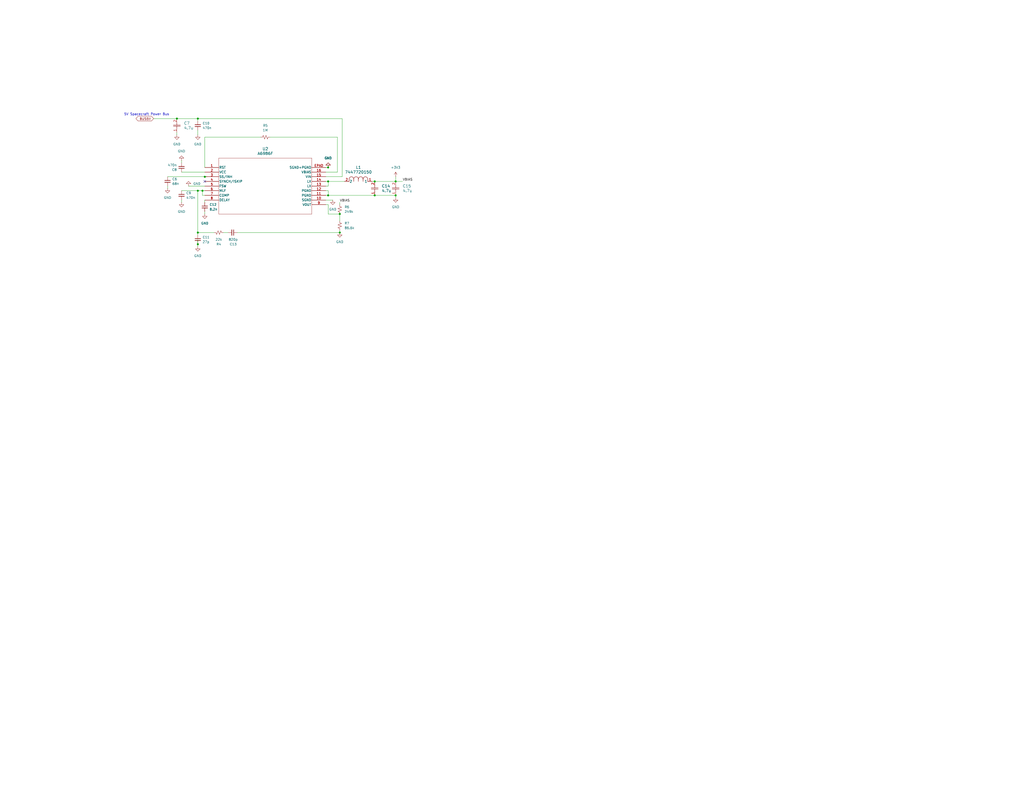
<source format=kicad_sch>
(kicad_sch (version 20231120) (generator "eeschema") (generator_version "8.0")
  (paper "C")
  (title_block (title "HEDGE-Data PCB") (date "2024-10-09") (rev "1.0") (company "Spacecraft Design Lab") (comment 1 "University of Virginia"))
  (lib_symbols
    (symbol "A6986F:A6986F" (pin_names (offset 0.254))
      (property "Reference" "U" (at 33.02 10.16 0))
      (property "Value" "A6986F" (at 33.02 7.62 0))
      (symbol "A6986F_0_1"
        (polyline (pts (xy 7.62 -25.4) (xy 58.42 -25.4)) (stroke (width 0.127)))
        (polyline (pts (xy 7.62 5.08) (xy 7.62 -25.4)) (stroke (width 0.127)))
        (polyline (pts (xy 58.42 -25.4) (xy 58.42 5.08)) (stroke (width 0.127)))
        (polyline (pts (xy 58.42 5.08) (xy 7.62 5.08)) (stroke (width 0.127)))
        (pin unspecified line (at 0 0 0) (length 7.62) (name "RST") (number "1"))
        (pin power_out line (at 66.04 -17.78 180) (length 7.62) (name "SGND") (number "10"))
        (pin power_out line (at 66.04 -15.24 180) (length 7.62) (name "PGND") (number "11"))
        (pin unspecified line (at 66.04 -10.16 180) (length 7.62) (name "LX") (number "13"))
        (pin unspecified line (at 66.04 -7.62 180) (length 7.62) (name "LX") (number "14"))
        (pin unspecified line (at 66.04 -5.08 180) (length 7.62) (name "VIN") (number "15"))
        (pin unspecified line (at 66.04 -2.54 180) (length 7.62) (name "VBIAS") (number "16"))
        (pin unspecified line (at 0 -5.08 0) (length 7.62) (name "SS/INH") (number "3"))
        (pin unspecified line (at 0 -7.62 0) (length 7.62) (name "SYNCH/ISKIP") (number "4"))
        (pin unspecified line (at 0 -10.16 0) (length 7.62) (name "FSW") (number "5"))
        (pin unspecified line (at 0 -12.7 0) (length 7.62) (name "MLF") (number "6"))
        (pin unspecified line (at 0 -15.24 0) (length 7.62) (name "COMP") (number "7"))
        (pin unspecified line (at 0 -17.78 0) (length 7.62) (name "DELAY") (number "8"))
        (pin output line (at 66.04 -20.32 180) (length 7.62) (name "VOUT") (number "9"))
      )
      (symbol "A6986F_1_1"
        (pin passive line (at 66.04 -12.7 180) (length 7.62) (name "PGND") (number "12"))
        (pin passive line (at 0 -2.54 0) (length 7.62) (name "VCC") (number "2"))
        (pin passive line (at 66.04 0 180) (length 7.62) (name "SGND+PGND") (number "EPAD"))
      )
    )
    (symbol "Cin:GRM219R61A475KE34D" (pin_names (offset 0.254))
      (property "Reference" "C" (at 3.81 3.81 0))
      (property "Value" "GRM219R61A475KE34D" (at 3.81 -3.81 0))
      (symbol "GRM219R61A475KE34D_1_1"
        (polyline (pts (xy 2.54 0) (xy 3.4798 0)) (stroke (width 0.2032)))
        (polyline (pts (xy 3.4798 -1.905) (xy 3.4798 1.905)) (stroke (width 0.2032)))
        (polyline (pts (xy 4.1148 -1.905) (xy 4.1148 1.905)) (stroke (width 0.2032)))
        (polyline (pts (xy 4.1148 0) (xy 5.08 0)) (stroke (width 0.2032)))
        (pin passive line (at 0 0 0) (length 2.54) (name "") (number "1"))
        (pin passive line (at 7.62 0 180) (length 2.54) (name "") (number "2"))
      )
      (symbol "GRM219R61A475KE34D_1_2"
        (polyline (pts (xy -1.905 -4.1148) (xy 1.905 -4.1148)) (stroke (width 0.2032)))
        (polyline (pts (xy -1.905 -3.4798) (xy 1.905 -3.4798)) (stroke (width 0.2032)))
        (polyline (pts (xy 0 -4.1148) (xy 0 -5.08)) (stroke (width 0.2032)))
        (polyline (pts (xy 0 -2.54) (xy 0 -3.4798)) (stroke (width 0.2032)))
        (pin unspecified line (at 0 0 270) (length 2.54) (name "") (number "1"))
        (pin unspecified line (at 0 -7.62 90) (length 2.54) (name "") (number "2"))
      )
    )
    (symbol "Cout:GRM155R60J475ME87D" (pin_names (offset 0.254))
      (property "Reference" "C" (at 3.81 3.81 0))
      (property "Value" "GRM155R60J475ME87D" (at 3.81 -3.81 0))
      (symbol "GRM155R60J475ME87D_1_1"
        (polyline (pts (xy 2.54 0) (xy 3.4798 0)) (stroke (width 0.2032)))
        (polyline (pts (xy 3.4798 -1.905) (xy 3.4798 1.905)) (stroke (width 0.2032)))
        (polyline (pts (xy 4.1148 -1.905) (xy 4.1148 1.905)) (stroke (width 0.2032)))
        (polyline (pts (xy 4.1148 0) (xy 5.08 0)) (stroke (width 0.2032)))
        (pin unspecified line (at 0 0 0) (length 2.54) (name "") (number "1"))
        (pin unspecified line (at 7.62 0 180) (length 2.54) (name "") (number "2"))
      )
      (symbol "GRM155R60J475ME87D_1_2"
        (polyline (pts (xy -1.905 -4.1148) (xy 1.905 -4.1148)) (stroke (width 0.2032)))
        (polyline (pts (xy -1.905 -3.4798) (xy 1.905 -3.4798)) (stroke (width 0.2032)))
        (polyline (pts (xy 0 -4.1148) (xy 0 -5.08)) (stroke (width 0.2032)))
        (polyline (pts (xy 0 -2.54) (xy 0 -3.4798)) (stroke (width 0.2032)))
        (pin unspecified line (at 0 0 270) (length 2.54) (name "") (number "1"))
        (pin unspecified line (at 0 -7.62 90) (length 2.54) (name "") (number "2"))
      )
    )
    (symbol "Device:C_Small" (pin_numbers hide) (pin_names (offset 0.254) hide)
      (property "Reference" "C" (at 0.254 1.778 0))
      (property "Value" "C_Small" (at 0.254 -2.032 0))
      (symbol "C_Small_0_1"
        (polyline (pts (xy -1.524 -0.508) (xy 1.524 -0.508)) (stroke (width 0.3302)))
        (polyline (pts (xy -1.524 0.508) (xy 1.524 0.508)) (stroke (width 0.3048)))
      )
      (symbol "C_Small_1_1"
        (pin passive line (at 0 2.54 270) (length 2.032) (name "~") (number "1"))
        (pin passive line (at 0 -2.54 90) (length 2.032) (name "~") (number "2"))
      )
    )
    (symbol "Device:R_Small_US" (pin_numbers hide) (pin_names (offset 0.254) hide)
      (property "Reference" "R" (at 0.762 0.508 0))
      (property "Value" "R_Small_US" (at 0.762 -1.016 0))
      (symbol "R_Small_US_1_1"
        (polyline (pts (xy 0 0) (xy 1.016 -0.381) (xy 0 -0.762) (xy -1.016 -1.143) (xy 0 -1.524)))
        (polyline (pts (xy 0 1.524) (xy 1.016 1.143) (xy 0 0.762) (xy -1.016 0.381) (xy 0 0)))
        (pin passive line (at 0 2.54 270) (length 1.016) (name "~") (number "1"))
        (pin passive line (at 0 -2.54 90) (length 1.016) (name "~") (number "2"))
      )
    )
    (symbol "L1:7447720150" (pin_names (offset 0.254))
      (property "Reference" "L" (at 6.985 5.08 0))
      (property "Value" "7447720150" (at 6.985 -2.54 0))
      (symbol "7447720150_1_1"
        (polyline (pts (xy 2.54 0) (xy 2.54 1.27)) (stroke (width 0.2032)))
        (polyline (pts (xy 5.08 0) (xy 5.08 1.27)) (stroke (width 0.2032)))
        (polyline (pts (xy 7.62 0) (xy 7.62 1.27)) (stroke (width 0.2032)))
        (polyline (pts (xy 10.16 0) (xy 10.16 1.27)) (stroke (width 0.2032)))
        (polyline (pts (xy 12.7 0) (xy 12.7 1.27)) (stroke (width 0.2032)))
        (arc (start 5.08 1.27) (mid 3.81 2.5344) (end 2.54 1.27) (stroke (width 0.2032)))
        (arc (start 7.62 1.27) (mid 6.35 2.5344) (end 5.08 1.27) (stroke (width 0.2032)))
        (arc (start 10.16 1.27) (mid 8.89 2.5344) (end 7.62 1.27) (stroke (width 0.2032)))
        (arc (start 12.7 1.27) (mid 11.43 2.5344) (end 10.16 1.27) (stroke (width 0.2032)))
        (pin unspecified line (at 15.24 0 180) (length 2.54) (name "1") (number "1"))
        (pin unspecified line (at 0 0 0) (length 2.54) (name "2") (number "2"))
      )
      (symbol "7447720150_1_2"
        (arc (start -1.27 5.08) (mid -2.5344 3.81) (end -1.27 2.54) (stroke (width 0.2032)))
        (arc (start -1.27 7.62) (mid -2.5344 6.35) (end -1.27 5.08) (stroke (width 0.2032)))
        (arc (start -1.27 10.16) (mid -2.5344 8.89) (end -1.27 7.62) (stroke (width 0.2032)))
        (arc (start -1.27 12.7) (mid -2.5344 11.43) (end -1.27 10.16) (stroke (width 0.2032)))
        (polyline (pts (xy 0 2.54) (xy -1.27 2.54)) (stroke (width 0.2032)))
        (polyline (pts (xy 0 5.08) (xy -1.27 5.08)) (stroke (width 0.2032)))
        (polyline (pts (xy 0 7.62) (xy -1.27 7.62)) (stroke (width 0.2032)))
        (polyline (pts (xy 0 10.16) (xy -1.27 10.16)) (stroke (width 0.2032)))
        (polyline (pts (xy 0 12.7) (xy -1.27 12.7)) (stroke (width 0.2032)))
        (pin unspecified line (at 0 15.24 270) (length 2.54) (name "1") (number "1"))
        (pin unspecified line (at 0 0 90) (length 2.54) (name "2") (number "2"))
      )
    )
    (symbol "power:+3V3" (power) (pin_numbers hide) (pin_names (offset 0) hide)
      (property "Value" "+3V3" (at 0 5.08 0))
      (symbol "+3V3_0_1"
        (polyline (pts (xy -0.762 1.27) (xy 0 2.54)))
        (polyline (pts (xy 0 0) (xy 0 2.54)))
        (polyline (pts (xy 0 2.54) (xy 0.762 1.27)))
      )
      (symbol "+3V3_1_1"
        (pin power_out line (at 0 0 90) (length 0) (name "~") (number "1"))
      )
    )
    (symbol "power:GND" (power) (pin_numbers hide) (pin_names (offset 0) hide)
      (property "Value" "GND" (at 0 -3.81 0))
      (symbol "GND_0_1"
        (polyline (pts (xy 0 0) (xy 0 -1.27) (xy 1.27 -1.27) (xy 0 -2.54) (xy -1.27 -1.27) (xy 0 -1.27)))
      )
      (symbol "GND_1_1"
        (pin power_in line (at 0 0 270) (length 0) (name "~") (number "1"))
      )
    )
  )
  (junction (at 179.07 91.44))
  (junction (at 204.47 99.06))
  (junction (at 107.95 64.77))
  (junction (at 107.95 133.35))
  (junction (at 107.95 127))
  (junction (at 110.49 104.14))
  (junction (at 185.42 127))
  (junction (at 185.42 116.84))
  (junction (at 215.9 106.68))
  (junction (at 111.76 96.52))
  (junction (at 179.07 99.06))
  (junction (at 107.95 104.14))
  (junction (at 204.47 106.68))
  (junction (at 215.9 99.06))
  (junction (at 96.52 64.77))
  (junction (at 179.07 106.68))
  (no_connect (at 111.76 99.06))
  (wire (pts (xy 110.49 104.14) (xy 111.76 104.14)))
  (wire (pts (xy 110.49 106.68) (xy 111.76 106.68)))
  (wire (pts (xy 215.9 96.52) (xy 215.9 99.06)))
  (wire (pts (xy 107.95 128.27) (xy 107.95 127)))
  (wire (pts (xy 179.07 99.06) (xy 187.96 99.06)))
  (wire (pts (xy 83.82 64.77) (xy 96.52 64.77)))
  (wire (pts (xy 110.49 104.14) (xy 110.49 106.68)))
  (wire (pts (xy 179.07 106.68) (xy 204.47 106.68)))
  (wire (pts (xy 111.76 93.98) (xy 99.06 93.98)))
  (wire (pts (xy 111.76 96.52) (xy 113.03 96.52)))
  (wire (pts (xy 107.95 127) (xy 116.84 127)))
  (wire (pts (xy 107.95 130.81) (xy 107.95 133.35)))
  (wire (pts (xy 177.8 91.44) (xy 179.07 91.44)))
  (wire (pts (xy 179.07 104.14) (xy 179.07 106.68)))
  (wire (pts (xy 96.52 64.77) (xy 107.95 64.77)))
  (wire (pts (xy 107.95 104.14) (xy 107.95 127)))
  (wire (pts (xy 129.54 127) (xy 185.42 127)))
  (wire (pts (xy 179.07 116.84) (xy 179.07 111.76)))
  (wire (pts (xy 177.8 101.6) (xy 179.07 101.6)))
  (wire (pts (xy 179.07 116.84) (xy 185.42 116.84)))
  (wire (pts (xy 96.52 72.39) (xy 96.52 73.66)))
  (wire (pts (xy 186.69 96.52) (xy 177.8 96.52)))
  (wire (pts (xy 91.44 96.52) (xy 111.76 96.52)))
  (wire (pts (xy 107.95 71.12) (xy 107.95 73.66)))
  (wire (pts (xy 177.8 104.14) (xy 179.07 104.14)))
  (wire (pts (xy 99.06 88.9) (xy 99.06 87.63)))
  (wire (pts (xy 185.42 116.84) (xy 185.42 120.65)))
  (wire (pts (xy 177.8 109.22) (xy 181.61 109.22)))
  (wire (pts (xy 147.32 74.93) (xy 184.15 74.93)))
  (wire (pts (xy 184.15 93.98) (xy 177.8 93.98)))
  (wire (pts (xy 185.42 125.73) (xy 185.42 127)))
  (wire (pts (xy 121.92 127) (xy 124.46 127)))
  (wire (pts (xy 102.87 101.6) (xy 111.76 101.6)))
  (wire (pts (xy 107.95 134.62) (xy 107.95 133.35)))
  (wire (pts (xy 111.76 115.57) (xy 111.76 116.84)))
  (wire (pts (xy 111.76 91.44) (xy 111.76 74.93)))
  (wire (pts (xy 99.06 109.22) (xy 99.06 110.49)))
  (wire (pts (xy 99.06 104.14) (xy 107.95 104.14)))
  (wire (pts (xy 177.8 99.06) (xy 179.07 99.06)))
  (wire (pts (xy 184.15 74.93) (xy 184.15 93.98)))
  (wire (pts (xy 179.07 111.76) (xy 177.8 111.76)))
  (wire (pts (xy 107.95 64.77) (xy 186.69 64.77)))
  (wire (pts (xy 185.42 110.49) (xy 185.42 111.76)))
  (wire (pts (xy 215.9 99.06) (xy 219.71 99.06)))
  (wire (pts (xy 204.47 106.68) (xy 215.9 106.68)))
  (wire (pts (xy 179.07 101.6) (xy 179.07 99.06)))
  (wire (pts (xy 111.76 74.93) (xy 142.24 74.93)))
  (wire (pts (xy 111.76 109.22) (xy 111.76 110.49)))
  (wire (pts (xy 186.69 64.77) (xy 186.69 96.52)))
  (wire (pts (xy 177.8 106.68) (xy 179.07 106.68)))
  (wire (pts (xy 204.47 99.06) (xy 215.9 99.06)))
  (wire (pts (xy 107.95 66.04) (xy 107.95 64.77)))
  (wire (pts (xy 215.9 106.68) (xy 215.9 107.95)))
  (wire (pts (xy 203.2 99.06) (xy 204.47 99.06)))
  (wire (pts (xy 91.44 101.6) (xy 91.44 102.87)))
  (wire (pts (xy 110.49 104.14) (xy 107.95 104.14)))
  (text "5V Spacecraft Power Bus" (at 80.01 62.484 0) (effects (font (size 1.27 1.27))))
  (label "VBIAS" (at 185.42 110.49 0))
  (label "VBIAS" (at 219.71 99.06 0))
  (global_label "BUS5V" (shape bidirectional) (at 83.82 64.77 180) (property "Intersheetrefs" "${INTERSHEET_REFS}" (effects (hide yes))))
  (symbol (lib_id "power:GND") (at 96.52 73.66 0) (unit 1)
    (property "Reference" "#PWR09" (effects (hide yes)))
    (property "Value" "GND" (at 96.52 78.74 0))
    (property "Description" "Power symbol creates a global label with name \"GND\" , ground" (effects (hide yes)))
  )
  (symbol (lib_id "Cout:GRM155R60J475ME87D") (at 215.9 106.68 90) (unit 1)
    (property "Reference" "C15" (at 219.71 101.5999 90) (effects (font (size 1.524 1.524)) (justify right)))
    (property "Value" "4.7u" (at 219.71 104.1399 90) (effects (font (size 1.524 1.524)) (justify right)))
    (property "Footprint" "CAP_GRM15-5_MUR" (effects (hide yes)))
    (property "Datasheet" "GRM155R60J475ME87D" (effects (hide yes)))
  )
  (symbol (lib_id "power:GND") (at 111.76 116.84 0) (unit 1)
    (property "Reference" "#PWR015" (effects (hide yes)))
    (property "Value" "GND" (at 111.76 121.92 0))
    (property "Description" "Power symbol creates a global label with name \"GND\" , ground" (effects (hide yes)))
  )
  (symbol (lib_id "power:GND") (at 107.95 134.62 0) (unit 1)
    (property "Reference" "#PWR014" (effects (hide yes)))
    (property "Value" "GND" (at 107.95 139.7 0))
    (property "Description" "Power symbol creates a global label with name \"GND\" , ground" (effects (hide yes)))
  )
  (symbol (lib_id "Device:C_Small") (at 99.06 91.44 180) (unit 1)
    (property "Reference" "C8" (at 96.52 92.7038 0) (effects (justify left)))
    (property "Value" "470n" (at 96.52 90.1638 0) (effects (justify left)))
    (property "Description" "Unpolarized capacitor, small symbol" (effects (hide yes)))
  )
  (symbol (lib_id "power:GND") (at 179.07 91.44 180) (unit 1)
    (property "Reference" "#PWR016" (effects (hide yes)))
    (property "Value" "GND" (at 179.07 86.36 0))
    (property "Description" "Power symbol creates a global label with name \"GND\" , ground" (effects (hide yes)))
  )
  (symbol (lib_id "Device:R_Small_US") (at 185.42 114.3 0) (unit 1)
    (property "Reference" "R6" (at 187.96 113.0299 0) (effects (justify left)))
    (property "Value" "249k" (at 187.96 115.5699 0) (effects (justify left)))
    (property "Description" "Resistor, small US symbol" (effects (hide yes)))
  )
  (symbol (lib_id "Device:C_Small") (at 107.95 68.58 0) (unit 1)
    (property "Reference" "C10" (at 110.49 67.3162 0) (effects (justify left)))
    (property "Value" "470n" (at 110.49 69.8562 0) (effects (justify left)))
    (property "Description" "Unpolarized capacitor, small symbol" (effects (hide yes)))
  )
  (symbol (lib_id "Device:C_Small") (at 107.95 130.81 0) (unit 1)
    (property "Reference" "C11" (at 110.49 129.5462 0) (effects (justify left)))
    (property "Value" "27p" (at 110.49 132.0862 0) (effects (justify left)))
    (property "Description" "Unpolarized capacitor, small symbol" (effects (hide yes)))
  )
  (symbol (lib_id "power:GND") (at 91.44 102.87 0) (unit 1)
    (property "Reference" "#PWR08" (effects (hide yes)))
    (property "Value" "GND" (at 91.44 107.95 0))
    (property "Description" "Power symbol creates a global label with name \"GND\" , ground" (effects (hide yes)))
  )
  (symbol (lib_id "Device:R_Small_US") (at 119.38 127 90) (mirror x) (unit 1)
    (property "Reference" "R4" (at 119.38 133.35 90))
    (property "Value" "22k" (at 119.38 130.81 90))
    (property "Description" "Resistor, small US symbol" (effects (hide yes)))
  )
  (symbol (lib_id "Cout:GRM155R60J475ME87D") (at 204.47 106.68 90) (unit 1)
    (property "Reference" "C14" (at 208.28 101.5999 90) (effects (font (size 1.524 1.524)) (justify right)))
    (property "Value" "4.7u" (at 208.28 104.1399 90) (effects (font (size 1.524 1.524)) (justify right)))
    (property "Footprint" "CAP_GRM15-5_MUR" (effects (hide yes)))
    (property "Datasheet" "GRM155R60J475ME87D" (effects (hide yes)))
  )
  (symbol (lib_id "Device:C_Small") (at 91.44 99.06 0) (unit 1)
    (property "Reference" "C6" (at 93.98 97.7962 0) (effects (justify left)))
    (property "Value" "68n" (at 93.98 100.3362 0) (effects (justify left)))
    (property "Description" "Unpolarized capacitor, small symbol" (effects (hide yes)))
  )
  (symbol (lib_id "power:GND") (at 185.42 127 0) (unit 1)
    (property "Reference" "#PWR019" (effects (hide yes)))
    (property "Value" "GND" (at 185.42 132.08 0))
    (property "Description" "Power symbol creates a global label with name \"GND\" , ground" (effects (hide yes)))
  )
  (symbol (lib_id "power:+3V3") (at 215.9 96.52 0) (unit 1)
    (property "Reference" "#PWR020" (effects (hide yes)))
    (property "Value" "+3V3" (at 215.9 91.44 0))
    (property "Description" "Power symbol creates a global label with name \"+3V3\"" (effects (hide yes)))
  )
  (symbol (lib_id "power:GND") (at 181.61 109.22 0) (unit 1)
    (property "Reference" "#PWR018" (effects (hide yes)))
    (property "Value" "GND" (at 181.61 114.3 0))
    (property "Description" "Power symbol creates a global label with name \"GND\" , ground" (effects (hide yes)))
  )
  (symbol (lib_id "power:GND") (at 102.87 101.6 180) (unit 1)
    (property "Reference" "#PWR012" (effects (hide yes)))
    (property "Value" "GND" (at 105.41 100.3299 0) (effects (justify right)))
    (property "Description" "Power symbol creates a global label with name \"GND\" , ground" (effects (hide yes)))
  )
  (symbol (lib_id "L1:7447720150") (at 187.96 99.06 0) (unit 1)
    (property "Reference" "L1" (at 195.58 91.44 0) (effects (font (size 1.524 1.524))))
    (property "Value" "7447720150" (at 195.58 93.98 0) (effects (font (size 1.524 1.524))))
    (property "Footprint" "IND_8095-WE-TI_8p3x10x5_WRE" (effects (hide yes)))
    (property "Datasheet" "7447720150" (effects (hide yes)))
  )
  (symbol (lib_id "Device:R_Small_US") (at 144.78 74.93 90) (unit 1)
    (property "Reference" "R5" (at 144.78 68.58 90))
    (property "Value" "1M" (at 144.78 71.12 90))
    (property "Description" "Resistor, small US symbol" (effects (hide yes)))
  )
  (symbol (lib_id "Device:C_Small") (at 127 127 270) (mirror x) (unit 1)
    (property "Reference" "C13" (at 127.254 133.35 90))
    (property "Value" "820p" (at 127.254 130.81 90))
    (property "Description" "Unpolarized capacitor, small symbol" (effects (hide yes)))
  )
  (symbol (lib_id "power:GND") (at 179.07 91.44 180) (unit 1)
    (property "Reference" "#PWR017" (effects (hide yes)))
    (property "Value" "GND" (at 179.07 86.36 0))
    (property "Description" "Power symbol creates a global label with name \"GND\" , ground" (effects (hide yes)))
  )
  (symbol (lib_id "Cin:GRM219R61A475KE34D") (at 96.52 72.39 90) (unit 1)
    (property "Reference" "C7" (at 100.33 67.3099 90) (effects (font (size 1.524 1.524)) (justify right)))
    (property "Value" "4.7u" (at 100.33 69.8499 90) (effects (font (size 1.524 1.524)) (justify right)))
    (property "Footprint" "CAP_GRM21_MUR" (effects (hide yes)))
    (property "Datasheet" "GRM219R61A475KE34D" (effects (hide yes)))
  )
  (symbol (lib_id "Device:R_Small_US") (at 185.42 123.19 0) (unit 1)
    (property "Reference" "R7" (at 187.96 121.9199 0) (effects (justify left)))
    (property "Value" "86.6k" (at 187.96 124.4599 0) (effects (justify left)))
    (property "Description" "Resistor, small US symbol" (effects (hide yes)))
  )
  (symbol (lib_id "power:GND") (at 215.9 107.95 0) (unit 1)
    (property "Reference" "#PWR021" (effects (hide yes)))
    (property "Value" "GND" (at 215.9 113.03 0))
    (property "Description" "Power symbol creates a global label with name \"GND\" , ground" (effects (hide yes)))
  )
  (symbol (lib_id "Device:C_Small") (at 99.06 106.68 0) (unit 1)
    (property "Reference" "C9" (at 101.6 105.4162 0) (effects (justify left)))
    (property "Value" "470n" (at 101.6 107.9562 0) (effects (justify left)))
    (property "Description" "Unpolarized capacitor, small symbol" (effects (hide yes)))
  )
  (symbol (lib_id "Device:C_Small") (at 111.76 113.03 0) (unit 1)
    (property "Reference" "C12" (at 114.3 111.7662 0) (effects (justify left)))
    (property "Value" "8.2n" (at 114.3 114.3062 0) (effects (justify left)))
    (property "Description" "Unpolarized capacitor, small symbol" (effects (hide yes)))
  )
  (symbol (lib_id "power:GND") (at 99.06 110.49 0) (unit 1)
    (property "Reference" "#PWR011" (effects (hide yes)))
    (property "Value" "GND" (at 99.06 115.57 0))
    (property "Description" "Power symbol creates a global label with name \"GND\" , ground" (effects (hide yes)))
  )
  (symbol (lib_id "power:GND") (at 99.06 87.63 180) (unit 1)
    (property "Reference" "#PWR010" (effects (hide yes)))
    (property "Value" "GND" (at 99.06 82.55 0))
    (property "Description" "Power symbol creates a global label with name \"GND\" , ground" (effects (hide yes)))
  )
  (symbol (lib_id "power:GND") (at 107.95 73.66 0) (unit 1)
    (property "Reference" "#PWR013" (effects (hide yes)))
    (property "Value" "GND" (at 107.95 78.74 0))
    (property "Description" "Power symbol creates a global label with name \"GND\" , ground" (effects (hide yes)))
  )
  (symbol (lib_id "A6986F:A6986F") (at 111.76 91.44 0) (unit 1)
    (property "Reference" "U2" (at 144.78 81.28 0) (effects (font (size 1.524 1.524))))
    (property "Value" "A6986F" (at 144.78 83.82 0) (effects (font (size 1.524 1.524))))
    (property "Footprint" "HTSSOP_986F_STM" (effects (hide yes)))
    (property "Datasheet" "A6986F" (effects (hide yes)))
  )
)
</source>
